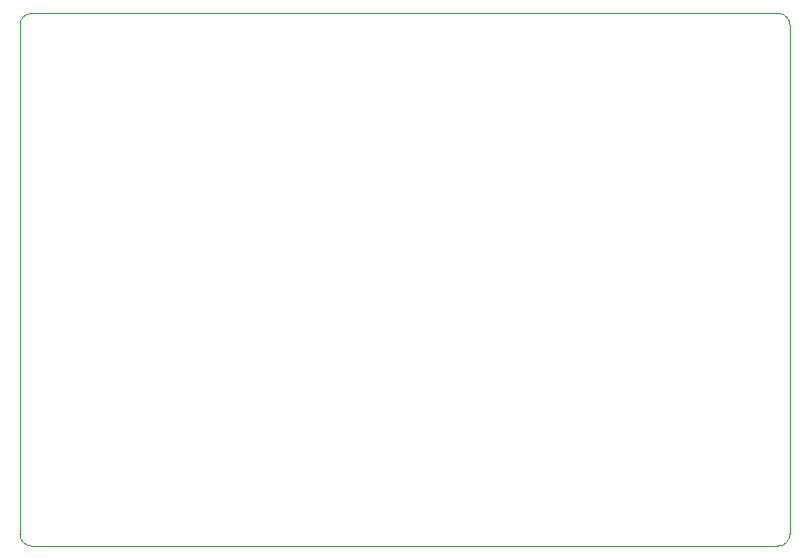
<source format=gm1>
%TF.GenerationSoftware,KiCad,Pcbnew,(7.0.0)*%
%TF.CreationDate,2023-03-13T21:24:49+00:00*%
%TF.ProjectId,main,6d61696e-2e6b-4696-9361-645f70636258,1.0*%
%TF.SameCoordinates,Original*%
%TF.FileFunction,Profile,NP*%
%FSLAX46Y46*%
G04 Gerber Fmt 4.6, Leading zero omitted, Abs format (unit mm)*
G04 Created by KiCad (PCBNEW (7.0.0)) date 2023-03-13 21:24:49*
%MOMM*%
%LPD*%
G01*
G04 APERTURE LIST*
%TA.AperFunction,Profile*%
%ADD10C,0.100000*%
%TD*%
G04 APERTURE END LIST*
D10*
X28300000Y-26600000D02*
X91500000Y-26600000D01*
X92500000Y-27600000D02*
G75*
G03*
X91500000Y-26600000I-1000000J0D01*
G01*
X91500000Y-71700000D02*
G75*
G03*
X92500000Y-70700000I0J1000000D01*
G01*
X28300000Y-26600000D02*
G75*
G03*
X27300000Y-27600000I0J-1000000D01*
G01*
X27300000Y-27600000D02*
X27300000Y-70700000D01*
X92500000Y-70700000D02*
X92500000Y-27600000D01*
X28300000Y-71700000D02*
X91500000Y-71700000D01*
X27300000Y-70700000D02*
G75*
G03*
X28300000Y-71700000I1000000J0D01*
G01*
M02*

</source>
